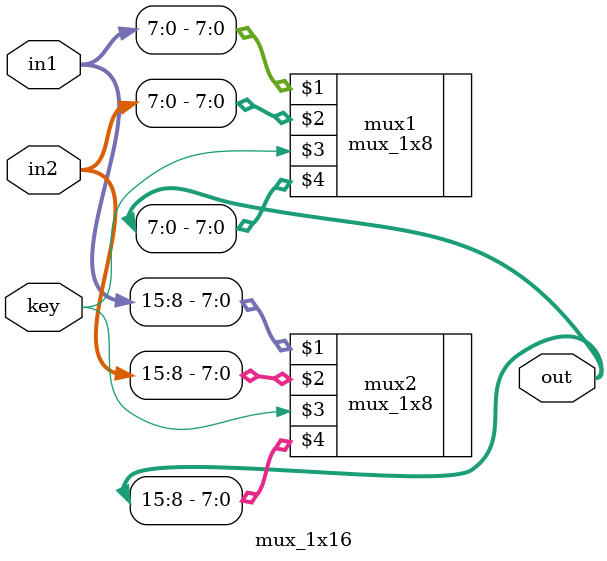
<source format=v>

`ifndef MULTIPLEXER_1X16
`define MULTIPLEXER_1X16

`include "mux_1x8.v"

module mux_1x16 (input [15:0] in1, input [15:0] in2, input key, output [15:0] out);

    mux_1x8 mux1(in1[7:0], in2[7:0], key, out[7:0]);
	mux_1x8 mux2(in1[15:8], in2[15:8], key, out[15:8]);

endmodule

`endif
</source>
